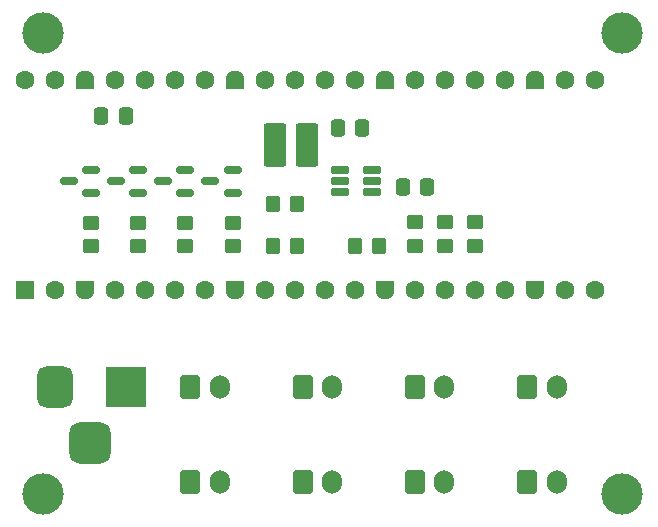
<source format=gbr>
%TF.GenerationSoftware,KiCad,Pcbnew,9.0.2*%
%TF.CreationDate,2025-06-25T21:04:22+02:00*%
%TF.ProjectId,Schrankbeleuchtung,53636872-616e-46b6-9265-6c6575636874,rev?*%
%TF.SameCoordinates,Original*%
%TF.FileFunction,Soldermask,Top*%
%TF.FilePolarity,Negative*%
%FSLAX46Y46*%
G04 Gerber Fmt 4.6, Leading zero omitted, Abs format (unit mm)*
G04 Created by KiCad (PCBNEW 9.0.2) date 2025-06-25 21:04:22*
%MOMM*%
%LPD*%
G01*
G04 APERTURE LIST*
G04 Aperture macros list*
%AMRoundRect*
0 Rectangle with rounded corners*
0 $1 Rounding radius*
0 $2 $3 $4 $5 $6 $7 $8 $9 X,Y pos of 4 corners*
0 Add a 4 corners polygon primitive as box body*
4,1,4,$2,$3,$4,$5,$6,$7,$8,$9,$2,$3,0*
0 Add four circle primitives for the rounded corners*
1,1,$1+$1,$2,$3*
1,1,$1+$1,$4,$5*
1,1,$1+$1,$6,$7*
1,1,$1+$1,$8,$9*
0 Add four rect primitives between the rounded corners*
20,1,$1+$1,$2,$3,$4,$5,0*
20,1,$1+$1,$4,$5,$6,$7,0*
20,1,$1+$1,$6,$7,$8,$9,0*
20,1,$1+$1,$8,$9,$2,$3,0*%
%AMFreePoly0*
4,1,37,0.603843,0.796157,0.639018,0.796157,0.711114,0.766294,0.766294,0.711114,0.796157,0.639018,0.796157,0.603843,0.800000,0.600000,0.800000,-0.600000,0.796157,-0.603843,0.796157,-0.639018,0.766294,-0.711114,0.711114,-0.766294,0.639018,-0.796157,0.603843,-0.796157,0.600000,-0.800000,0.000000,-0.800000,0.000000,-0.796148,-0.078414,-0.796148,-0.232228,-0.765552,-0.377117,-0.705537,
-0.507515,-0.618408,-0.618408,-0.507515,-0.705537,-0.377117,-0.765552,-0.232228,-0.796148,-0.078414,-0.796148,0.078414,-0.765552,0.232228,-0.705537,0.377117,-0.618408,0.507515,-0.507515,0.618408,-0.377117,0.705537,-0.232228,0.765552,-0.078414,0.796148,0.000000,0.796148,0.000000,0.800000,0.600000,0.800000,0.603843,0.796157,0.603843,0.796157,$1*%
%AMFreePoly1*
4,1,37,0.000000,0.796148,0.078414,0.796148,0.232228,0.765552,0.377117,0.705537,0.507515,0.618408,0.618408,0.507515,0.705537,0.377117,0.765552,0.232228,0.796148,0.078414,0.796148,-0.078414,0.765552,-0.232228,0.705537,-0.377117,0.618408,-0.507515,0.507515,-0.618408,0.377117,-0.705537,0.232228,-0.765552,0.078414,-0.796148,0.000000,-0.796148,0.000000,-0.800000,-0.600000,-0.800000,
-0.603843,-0.796157,-0.639018,-0.796157,-0.711114,-0.766294,-0.766294,-0.711114,-0.796157,-0.639018,-0.796157,-0.603843,-0.800000,-0.600000,-0.800000,0.600000,-0.796157,0.603843,-0.796157,0.639018,-0.766294,0.711114,-0.711114,0.766294,-0.639018,0.796157,-0.603843,0.796157,-0.600000,0.800000,0.000000,0.800000,0.000000,0.796148,0.000000,0.796148,$1*%
G04 Aperture macros list end*
%ADD10RoundRect,0.250000X0.350000X0.450000X-0.350000X0.450000X-0.350000X-0.450000X0.350000X-0.450000X0*%
%ADD11RoundRect,0.150000X0.587500X0.150000X-0.587500X0.150000X-0.587500X-0.150000X0.587500X-0.150000X0*%
%ADD12RoundRect,0.250000X-0.600000X-0.750000X0.600000X-0.750000X0.600000X0.750000X-0.600000X0.750000X0*%
%ADD13O,1.700000X2.000000*%
%ADD14R,3.500000X3.500000*%
%ADD15RoundRect,0.750000X-0.750000X-1.000000X0.750000X-1.000000X0.750000X1.000000X-0.750000X1.000000X0*%
%ADD16RoundRect,0.875000X-0.875000X-0.875000X0.875000X-0.875000X0.875000X0.875000X-0.875000X0.875000X0*%
%ADD17C,3.500000*%
%ADD18RoundRect,0.250000X0.450000X-0.350000X0.450000X0.350000X-0.450000X0.350000X-0.450000X-0.350000X0*%
%ADD19RoundRect,0.250000X-0.337500X-0.475000X0.337500X-0.475000X0.337500X0.475000X-0.337500X0.475000X0*%
%ADD20RoundRect,0.250000X0.337500X0.475000X-0.337500X0.475000X-0.337500X-0.475000X0.337500X-0.475000X0*%
%ADD21RoundRect,0.200000X0.600000X-0.600000X0.600000X0.600000X-0.600000X0.600000X-0.600000X-0.600000X0*%
%ADD22C,1.600000*%
%ADD23FreePoly0,90.000000*%
%ADD24FreePoly1,90.000000*%
%ADD25RoundRect,0.250000X-0.350000X-0.450000X0.350000X-0.450000X0.350000X0.450000X-0.350000X0.450000X0*%
%ADD26RoundRect,0.162500X-0.617500X-0.162500X0.617500X-0.162500X0.617500X0.162500X-0.617500X0.162500X0*%
%ADD27RoundRect,0.250000X0.700000X1.600000X-0.700000X1.600000X-0.700000X-1.600000X0.700000X-1.600000X0*%
G04 APERTURE END LIST*
D10*
%TO.C,R10*%
X69500000Y-66000000D03*
X67500000Y-66000000D03*
%TD*%
D11*
%TO.C,Q1*%
X52062500Y-61500000D03*
X52062500Y-59600000D03*
X50187500Y-60550000D03*
%TD*%
D12*
%TO.C,J4*%
X79500000Y-86000000D03*
D13*
X82000000Y-86000000D03*
%TD*%
D14*
%TO.C,J1*%
X55000000Y-78000000D03*
D15*
X49000000Y-78000000D03*
D16*
X52000000Y-82700000D03*
%TD*%
D17*
%TO.C,H3*%
X97000000Y-48000000D03*
%TD*%
%TO.C,H1*%
X48000000Y-87000000D03*
%TD*%
D18*
%TO.C,R1*%
X52062500Y-66050000D03*
X52062500Y-64050000D03*
%TD*%
D12*
%TO.C,J9*%
X89000000Y-78000000D03*
D13*
X91500000Y-78000000D03*
%TD*%
D12*
%TO.C,J6*%
X60500000Y-78000000D03*
D13*
X63000000Y-78000000D03*
%TD*%
D11*
%TO.C,Q3*%
X60062500Y-61500000D03*
X60062500Y-59600000D03*
X58187500Y-60550000D03*
%TD*%
%TO.C,Q2*%
X56062500Y-61500000D03*
X56062500Y-59600000D03*
X54187500Y-60550000D03*
%TD*%
D19*
%TO.C,C3*%
X72962500Y-56000000D03*
X75037500Y-56000000D03*
%TD*%
D17*
%TO.C,H4*%
X48000000Y-48000000D03*
%TD*%
D20*
%TO.C,C2*%
X55037500Y-55000000D03*
X52962500Y-55000000D03*
%TD*%
D12*
%TO.C,J5*%
X89000000Y-86000000D03*
D13*
X91500000Y-86000000D03*
%TD*%
D18*
%TO.C,R6*%
X79520000Y-66000000D03*
X79520000Y-64000000D03*
%TD*%
D12*
%TO.C,J3*%
X70000000Y-86000000D03*
D13*
X72500000Y-86000000D03*
%TD*%
D18*
%TO.C,R8*%
X84600000Y-66000000D03*
X84600000Y-64000000D03*
%TD*%
%TO.C,R7*%
X82060000Y-66000000D03*
X82060000Y-64000000D03*
%TD*%
%TO.C,R4*%
X64062500Y-66050000D03*
X64062500Y-64050000D03*
%TD*%
D12*
%TO.C,J8*%
X79500000Y-78000000D03*
D13*
X82000000Y-78000000D03*
%TD*%
D21*
%TO.C,A1*%
X46500000Y-69780000D03*
D22*
X49040000Y-69780000D03*
D23*
X51580000Y-69780000D03*
D22*
X54120000Y-69780000D03*
X56660000Y-69780000D03*
X59200000Y-69780000D03*
X61740000Y-69780000D03*
D23*
X64280000Y-69780000D03*
D22*
X66820000Y-69780000D03*
X69360000Y-69780000D03*
X71900000Y-69780000D03*
X74440000Y-69780000D03*
D23*
X76980000Y-69780000D03*
D22*
X79520000Y-69780000D03*
X82060000Y-69780000D03*
X84600000Y-69780000D03*
X87140000Y-69780000D03*
D23*
X89680000Y-69780000D03*
D22*
X92220000Y-69780000D03*
X94760000Y-69780000D03*
X94760000Y-52000000D03*
X92220000Y-52000000D03*
D24*
X89680000Y-52000000D03*
D22*
X87140000Y-52000000D03*
X84600000Y-52000000D03*
X82060000Y-52000000D03*
X79520000Y-52000000D03*
D24*
X76980000Y-52000000D03*
D22*
X74440000Y-52000000D03*
X71900000Y-52000000D03*
X69360000Y-52000000D03*
X66820000Y-52000000D03*
D24*
X64280000Y-52000000D03*
D22*
X61740000Y-52000000D03*
X59200000Y-52000000D03*
X56660000Y-52000000D03*
X54120000Y-52000000D03*
D24*
X51580000Y-52000000D03*
D22*
X49040000Y-52000000D03*
X46500000Y-52000000D03*
%TD*%
D25*
%TO.C,R5*%
X74440000Y-66000000D03*
X76440000Y-66000000D03*
%TD*%
D19*
%TO.C,C1*%
X78462500Y-61000000D03*
X80537500Y-61000000D03*
%TD*%
D10*
%TO.C,R9*%
X69500000Y-62500000D03*
X67500000Y-62500000D03*
%TD*%
D18*
%TO.C,R2*%
X56062500Y-66050000D03*
X56062500Y-64050000D03*
%TD*%
D12*
%TO.C,J7*%
X70000000Y-78000000D03*
D13*
X72500000Y-78000000D03*
%TD*%
D26*
%TO.C,U1*%
X73150000Y-59550000D03*
X73150000Y-60500000D03*
X73150000Y-61450000D03*
X75850000Y-61450000D03*
X75850000Y-60500000D03*
X75850000Y-59550000D03*
%TD*%
D11*
%TO.C,Q4*%
X64062500Y-61500000D03*
X64062500Y-59600000D03*
X62187500Y-60550000D03*
%TD*%
D17*
%TO.C,H2*%
X97000000Y-87000000D03*
%TD*%
D12*
%TO.C,J2*%
X60500000Y-86000000D03*
D13*
X63000000Y-86000000D03*
%TD*%
D27*
%TO.C,L1*%
X70350000Y-57500000D03*
X67650000Y-57500000D03*
%TD*%
D18*
%TO.C,R3*%
X60062500Y-66050000D03*
X60062500Y-64050000D03*
%TD*%
M02*

</source>
